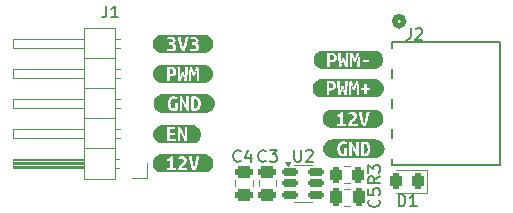
<source format=gto>
G04 #@! TF.GenerationSoftware,KiCad,Pcbnew,8.0.7*
G04 #@! TF.CreationDate,2025-01-24T14:27:24+01:00*
G04 #@! TF.ProjectId,GateDriverControlTransmitter,47617465-4472-4697-9665-72436f6e7472,rev?*
G04 #@! TF.SameCoordinates,Original*
G04 #@! TF.FileFunction,Legend,Top*
G04 #@! TF.FilePolarity,Positive*
%FSLAX46Y46*%
G04 Gerber Fmt 4.6, Leading zero omitted, Abs format (unit mm)*
G04 Created by KiCad (PCBNEW 8.0.7) date 2025-01-24 14:27:24*
%MOMM*%
%LPD*%
G01*
G04 APERTURE LIST*
G04 Aperture macros list*
%AMRoundRect*
0 Rectangle with rounded corners*
0 $1 Rounding radius*
0 $2 $3 $4 $5 $6 $7 $8 $9 X,Y pos of 4 corners*
0 Add a 4 corners polygon primitive as box body*
4,1,4,$2,$3,$4,$5,$6,$7,$8,$9,$2,$3,0*
0 Add four circle primitives for the rounded corners*
1,1,$1+$1,$2,$3*
1,1,$1+$1,$4,$5*
1,1,$1+$1,$6,$7*
1,1,$1+$1,$8,$9*
0 Add four rect primitives between the rounded corners*
20,1,$1+$1,$2,$3,$4,$5,0*
20,1,$1+$1,$4,$5,$6,$7,0*
20,1,$1+$1,$6,$7,$8,$9,0*
20,1,$1+$1,$8,$9,$2,$3,0*%
G04 Aperture macros list end*
%ADD10C,0.150000*%
%ADD11C,0.120000*%
%ADD12C,0.000000*%
%ADD13C,0.152400*%
%ADD14C,0.508000*%
%ADD15RoundRect,0.150000X-0.512500X-0.150000X0.512500X-0.150000X0.512500X0.150000X-0.512500X0.150000X0*%
%ADD16RoundRect,0.250000X-0.475000X0.250000X-0.475000X-0.250000X0.475000X-0.250000X0.475000X0.250000X0*%
%ADD17C,3.200000*%
%ADD18R,1.700000X1.700000*%
%ADD19O,1.700000X1.700000*%
%ADD20RoundRect,0.243750X0.243750X0.456250X-0.243750X0.456250X-0.243750X-0.456250X0.243750X-0.456250X0*%
%ADD21C,1.524000*%
%ADD22RoundRect,0.250000X-0.262500X-0.450000X0.262500X-0.450000X0.262500X0.450000X-0.262500X0.450000X0*%
%ADD23RoundRect,0.250000X-0.250000X-0.475000X0.250000X-0.475000X0.250000X0.475000X-0.250000X0.475000X0*%
G04 APERTURE END LIST*
D10*
X138828095Y-113914819D02*
X138828095Y-114724342D01*
X138828095Y-114724342D02*
X138875714Y-114819580D01*
X138875714Y-114819580D02*
X138923333Y-114867200D01*
X138923333Y-114867200D02*
X139018571Y-114914819D01*
X139018571Y-114914819D02*
X139209047Y-114914819D01*
X139209047Y-114914819D02*
X139304285Y-114867200D01*
X139304285Y-114867200D02*
X139351904Y-114819580D01*
X139351904Y-114819580D02*
X139399523Y-114724342D01*
X139399523Y-114724342D02*
X139399523Y-113914819D01*
X139828095Y-114010057D02*
X139875714Y-113962438D01*
X139875714Y-113962438D02*
X139970952Y-113914819D01*
X139970952Y-113914819D02*
X140209047Y-113914819D01*
X140209047Y-113914819D02*
X140304285Y-113962438D01*
X140304285Y-113962438D02*
X140351904Y-114010057D01*
X140351904Y-114010057D02*
X140399523Y-114105295D01*
X140399523Y-114105295D02*
X140399523Y-114200533D01*
X140399523Y-114200533D02*
X140351904Y-114343390D01*
X140351904Y-114343390D02*
X139780476Y-114914819D01*
X139780476Y-114914819D02*
X140399523Y-114914819D01*
X134273333Y-114849580D02*
X134225714Y-114897200D01*
X134225714Y-114897200D02*
X134082857Y-114944819D01*
X134082857Y-114944819D02*
X133987619Y-114944819D01*
X133987619Y-114944819D02*
X133844762Y-114897200D01*
X133844762Y-114897200D02*
X133749524Y-114801961D01*
X133749524Y-114801961D02*
X133701905Y-114706723D01*
X133701905Y-114706723D02*
X133654286Y-114516247D01*
X133654286Y-114516247D02*
X133654286Y-114373390D01*
X133654286Y-114373390D02*
X133701905Y-114182914D01*
X133701905Y-114182914D02*
X133749524Y-114087676D01*
X133749524Y-114087676D02*
X133844762Y-113992438D01*
X133844762Y-113992438D02*
X133987619Y-113944819D01*
X133987619Y-113944819D02*
X134082857Y-113944819D01*
X134082857Y-113944819D02*
X134225714Y-113992438D01*
X134225714Y-113992438D02*
X134273333Y-114040057D01*
X135130476Y-114278152D02*
X135130476Y-114944819D01*
X134892381Y-113897200D02*
X134654286Y-114611485D01*
X134654286Y-114611485D02*
X135273333Y-114611485D01*
X136393333Y-114839580D02*
X136345714Y-114887200D01*
X136345714Y-114887200D02*
X136202857Y-114934819D01*
X136202857Y-114934819D02*
X136107619Y-114934819D01*
X136107619Y-114934819D02*
X135964762Y-114887200D01*
X135964762Y-114887200D02*
X135869524Y-114791961D01*
X135869524Y-114791961D02*
X135821905Y-114696723D01*
X135821905Y-114696723D02*
X135774286Y-114506247D01*
X135774286Y-114506247D02*
X135774286Y-114363390D01*
X135774286Y-114363390D02*
X135821905Y-114172914D01*
X135821905Y-114172914D02*
X135869524Y-114077676D01*
X135869524Y-114077676D02*
X135964762Y-113982438D01*
X135964762Y-113982438D02*
X136107619Y-113934819D01*
X136107619Y-113934819D02*
X136202857Y-113934819D01*
X136202857Y-113934819D02*
X136345714Y-113982438D01*
X136345714Y-113982438D02*
X136393333Y-114030057D01*
X136726667Y-113934819D02*
X137345714Y-113934819D01*
X137345714Y-113934819D02*
X137012381Y-114315771D01*
X137012381Y-114315771D02*
X137155238Y-114315771D01*
X137155238Y-114315771D02*
X137250476Y-114363390D01*
X137250476Y-114363390D02*
X137298095Y-114411009D01*
X137298095Y-114411009D02*
X137345714Y-114506247D01*
X137345714Y-114506247D02*
X137345714Y-114744342D01*
X137345714Y-114744342D02*
X137298095Y-114839580D01*
X137298095Y-114839580D02*
X137250476Y-114887200D01*
X137250476Y-114887200D02*
X137155238Y-114934819D01*
X137155238Y-114934819D02*
X136869524Y-114934819D01*
X136869524Y-114934819D02*
X136774286Y-114887200D01*
X136774286Y-114887200D02*
X136726667Y-114839580D01*
X122916666Y-101704819D02*
X122916666Y-102419104D01*
X122916666Y-102419104D02*
X122869047Y-102561961D01*
X122869047Y-102561961D02*
X122773809Y-102657200D01*
X122773809Y-102657200D02*
X122630952Y-102704819D01*
X122630952Y-102704819D02*
X122535714Y-102704819D01*
X123916666Y-102704819D02*
X123345238Y-102704819D01*
X123630952Y-102704819D02*
X123630952Y-101704819D01*
X123630952Y-101704819D02*
X123535714Y-101847676D01*
X123535714Y-101847676D02*
X123440476Y-101942914D01*
X123440476Y-101942914D02*
X123345238Y-101990533D01*
X147661905Y-118704819D02*
X147661905Y-117704819D01*
X147661905Y-117704819D02*
X147900000Y-117704819D01*
X147900000Y-117704819D02*
X148042857Y-117752438D01*
X148042857Y-117752438D02*
X148138095Y-117847676D01*
X148138095Y-117847676D02*
X148185714Y-117942914D01*
X148185714Y-117942914D02*
X148233333Y-118133390D01*
X148233333Y-118133390D02*
X148233333Y-118276247D01*
X148233333Y-118276247D02*
X148185714Y-118466723D01*
X148185714Y-118466723D02*
X148138095Y-118561961D01*
X148138095Y-118561961D02*
X148042857Y-118657200D01*
X148042857Y-118657200D02*
X147900000Y-118704819D01*
X147900000Y-118704819D02*
X147661905Y-118704819D01*
X149185714Y-118704819D02*
X148614286Y-118704819D01*
X148900000Y-118704819D02*
X148900000Y-117704819D01*
X148900000Y-117704819D02*
X148804762Y-117847676D01*
X148804762Y-117847676D02*
X148709524Y-117942914D01*
X148709524Y-117942914D02*
X148614286Y-117990533D01*
X148666666Y-103604819D02*
X148666666Y-104319104D01*
X148666666Y-104319104D02*
X148619047Y-104461961D01*
X148619047Y-104461961D02*
X148523809Y-104557200D01*
X148523809Y-104557200D02*
X148380952Y-104604819D01*
X148380952Y-104604819D02*
X148285714Y-104604819D01*
X149095238Y-103700057D02*
X149142857Y-103652438D01*
X149142857Y-103652438D02*
X149238095Y-103604819D01*
X149238095Y-103604819D02*
X149476190Y-103604819D01*
X149476190Y-103604819D02*
X149571428Y-103652438D01*
X149571428Y-103652438D02*
X149619047Y-103700057D01*
X149619047Y-103700057D02*
X149666666Y-103795295D01*
X149666666Y-103795295D02*
X149666666Y-103890533D01*
X149666666Y-103890533D02*
X149619047Y-104033390D01*
X149619047Y-104033390D02*
X149047619Y-104604819D01*
X149047619Y-104604819D02*
X149666666Y-104604819D01*
X146064819Y-116176666D02*
X145588628Y-116509999D01*
X146064819Y-116748094D02*
X145064819Y-116748094D01*
X145064819Y-116748094D02*
X145064819Y-116367142D01*
X145064819Y-116367142D02*
X145112438Y-116271904D01*
X145112438Y-116271904D02*
X145160057Y-116224285D01*
X145160057Y-116224285D02*
X145255295Y-116176666D01*
X145255295Y-116176666D02*
X145398152Y-116176666D01*
X145398152Y-116176666D02*
X145493390Y-116224285D01*
X145493390Y-116224285D02*
X145541009Y-116271904D01*
X145541009Y-116271904D02*
X145588628Y-116367142D01*
X145588628Y-116367142D02*
X145588628Y-116748094D01*
X145064819Y-115843332D02*
X145064819Y-115224285D01*
X145064819Y-115224285D02*
X145445771Y-115557618D01*
X145445771Y-115557618D02*
X145445771Y-115414761D01*
X145445771Y-115414761D02*
X145493390Y-115319523D01*
X145493390Y-115319523D02*
X145541009Y-115271904D01*
X145541009Y-115271904D02*
X145636247Y-115224285D01*
X145636247Y-115224285D02*
X145874342Y-115224285D01*
X145874342Y-115224285D02*
X145969580Y-115271904D01*
X145969580Y-115271904D02*
X146017200Y-115319523D01*
X146017200Y-115319523D02*
X146064819Y-115414761D01*
X146064819Y-115414761D02*
X146064819Y-115700475D01*
X146064819Y-115700475D02*
X146017200Y-115795713D01*
X146017200Y-115795713D02*
X145969580Y-115843332D01*
X145969580Y-118146666D02*
X146017200Y-118194285D01*
X146017200Y-118194285D02*
X146064819Y-118337142D01*
X146064819Y-118337142D02*
X146064819Y-118432380D01*
X146064819Y-118432380D02*
X146017200Y-118575237D01*
X146017200Y-118575237D02*
X145921961Y-118670475D01*
X145921961Y-118670475D02*
X145826723Y-118718094D01*
X145826723Y-118718094D02*
X145636247Y-118765713D01*
X145636247Y-118765713D02*
X145493390Y-118765713D01*
X145493390Y-118765713D02*
X145302914Y-118718094D01*
X145302914Y-118718094D02*
X145207676Y-118670475D01*
X145207676Y-118670475D02*
X145112438Y-118575237D01*
X145112438Y-118575237D02*
X145064819Y-118432380D01*
X145064819Y-118432380D02*
X145064819Y-118337142D01*
X145064819Y-118337142D02*
X145112438Y-118194285D01*
X145112438Y-118194285D02*
X145160057Y-118146666D01*
X145064819Y-117241904D02*
X145064819Y-117718094D01*
X145064819Y-117718094D02*
X145541009Y-117765713D01*
X145541009Y-117765713D02*
X145493390Y-117718094D01*
X145493390Y-117718094D02*
X145445771Y-117622856D01*
X145445771Y-117622856D02*
X145445771Y-117384761D01*
X145445771Y-117384761D02*
X145493390Y-117289523D01*
X145493390Y-117289523D02*
X145541009Y-117241904D01*
X145541009Y-117241904D02*
X145636247Y-117194285D01*
X145636247Y-117194285D02*
X145874342Y-117194285D01*
X145874342Y-117194285D02*
X145969580Y-117241904D01*
X145969580Y-117241904D02*
X146017200Y-117289523D01*
X146017200Y-117289523D02*
X146064819Y-117384761D01*
X146064819Y-117384761D02*
X146064819Y-117622856D01*
X146064819Y-117622856D02*
X146017200Y-117718094D01*
X146017200Y-117718094D02*
X145969580Y-117765713D01*
D11*
X139560000Y-115200000D02*
X138760000Y-115200000D01*
X139560000Y-115200000D02*
X140360000Y-115200000D01*
X139560000Y-118320000D02*
X138760000Y-118320000D01*
X139560000Y-118320000D02*
X140360000Y-118320000D01*
X138260000Y-115250000D02*
X138020000Y-114920000D01*
X138500000Y-114920000D01*
X138260000Y-115250000D01*
G36*
X138260000Y-115250000D02*
G01*
X138020000Y-114920000D01*
X138500000Y-114920000D01*
X138260000Y-115250000D01*
G37*
D12*
G36*
X145750896Y-110539773D02*
G01*
X145896303Y-110583881D01*
X146030311Y-110655510D01*
X146147770Y-110751907D01*
X146244167Y-110869366D01*
X146315795Y-111003374D01*
X146359904Y-111148781D01*
X146374798Y-111300000D01*
X146359904Y-111451219D01*
X146315795Y-111596626D01*
X146244167Y-111730634D01*
X146147770Y-111848093D01*
X146030311Y-111944490D01*
X145896303Y-112016119D01*
X145750896Y-112060227D01*
X145599677Y-112075121D01*
X145195800Y-112075121D01*
X144610339Y-112075121D01*
X144176090Y-112075121D01*
X143200969Y-112075121D01*
X142404200Y-112075121D01*
X142000323Y-112075121D01*
X141849104Y-112060227D01*
X141703697Y-112016119D01*
X141569689Y-111944490D01*
X141452230Y-111848093D01*
X141355833Y-111730634D01*
X141284205Y-111596626D01*
X141240096Y-111451219D01*
X141225202Y-111300000D01*
X141240096Y-111148781D01*
X141284205Y-111003374D01*
X141305437Y-110963651D01*
X142404200Y-110963651D01*
X142481745Y-111161389D01*
X142600000Y-111113893D01*
X142724071Y-111045073D01*
X142724071Y-111715832D01*
X142472052Y-111715832D01*
X142472052Y-111913570D01*
X143200969Y-111913570D01*
X143200969Y-111715832D01*
X142962520Y-111715832D01*
X142962520Y-110845396D01*
X143363813Y-110845396D01*
X143482068Y-111012116D01*
X143604200Y-110921002D01*
X143722456Y-110893861D01*
X143834895Y-110933603D01*
X143879483Y-111047011D01*
X143843619Y-111149758D01*
X143752504Y-111254443D01*
X143695315Y-111309935D01*
X143634249Y-111367851D01*
X143573183Y-111429402D01*
X143515994Y-111495800D01*
X143465590Y-111567771D01*
X143424879Y-111646042D01*
X143397981Y-111731341D01*
X143389015Y-111824394D01*
X143388045Y-111865105D01*
X143392892Y-111913570D01*
X144176090Y-111913570D01*
X144176090Y-111715832D01*
X143660420Y-111715832D01*
X143680775Y-111651858D01*
X143730210Y-111583037D01*
X143792246Y-111517124D01*
X143850404Y-111461874D01*
X143949273Y-111364943D01*
X144036511Y-111260258D01*
X144098546Y-111148788D01*
X144121809Y-111029564D01*
X144090792Y-110879321D01*
X144007431Y-110771729D01*
X143898164Y-110713570D01*
X144274960Y-110713570D01*
X144297254Y-110822132D01*
X144329241Y-110957835D01*
X144354873Y-111059397D01*
X144382660Y-111165051D01*
X144412601Y-111274798D01*
X144444265Y-111386699D01*
X144477221Y-111498815D01*
X144511470Y-111611147D01*
X144562359Y-111771082D01*
X144610339Y-111913570D01*
X144856543Y-111913570D01*
X144893592Y-111810285D01*
X144929779Y-111704631D01*
X144965105Y-111596607D01*
X144999031Y-111488045D01*
X145031018Y-111380775D01*
X145061066Y-111274798D01*
X145102262Y-111120436D01*
X145138611Y-110973344D01*
X145169871Y-110836672D01*
X145195800Y-110713570D01*
X144945719Y-110713570D01*
X144928271Y-110814378D01*
X144906947Y-110930695D01*
X144882714Y-111056462D01*
X144856543Y-111185622D01*
X144828433Y-111315509D01*
X144798384Y-111443457D01*
X144767367Y-111563409D01*
X144736349Y-111669305D01*
X144705089Y-111561955D01*
X144673344Y-111441519D01*
X144642326Y-111313570D01*
X144613247Y-111183683D01*
X144586349Y-111054766D01*
X144561874Y-110929725D01*
X144541519Y-110814136D01*
X144526979Y-110713570D01*
X144274960Y-110713570D01*
X143898164Y-110713570D01*
X143887237Y-110707754D01*
X143745719Y-110686430D01*
X143644669Y-110696123D01*
X143543134Y-110725202D01*
X143447415Y-110774637D01*
X143363813Y-110845396D01*
X142962520Y-110845396D01*
X142962520Y-110713570D01*
X142799677Y-110713570D01*
X142716317Y-110789176D01*
X142613570Y-110858966D01*
X142505008Y-110919063D01*
X142404200Y-110963651D01*
X141305437Y-110963651D01*
X141355833Y-110869366D01*
X141452230Y-110751907D01*
X141569689Y-110655510D01*
X141703697Y-110583881D01*
X141849104Y-110539773D01*
X142000323Y-110524879D01*
X142404200Y-110524879D01*
X145195800Y-110524879D01*
X145599677Y-110524879D01*
X145750896Y-110539773D01*
G37*
G36*
X130316099Y-111853082D02*
G01*
X130458961Y-111896419D01*
X130590623Y-111966794D01*
X130706026Y-112061502D01*
X130800735Y-112176905D01*
X130871110Y-112308567D01*
X130914446Y-112451429D01*
X130929079Y-112600000D01*
X130914446Y-112748571D01*
X130871110Y-112891433D01*
X130800735Y-113023095D01*
X130706026Y-113138498D01*
X130590623Y-113233206D01*
X130458961Y-113303581D01*
X130316099Y-113346918D01*
X130167528Y-113361551D01*
X129763651Y-113361551D01*
X129571729Y-113361551D01*
X128036349Y-113361551D01*
X127632472Y-113361551D01*
X127483901Y-113346918D01*
X127341039Y-113303581D01*
X127209377Y-113233206D01*
X127168915Y-113200000D01*
X128036349Y-113200000D01*
X128805977Y-113200000D01*
X128972698Y-113200000D01*
X129187884Y-113200000D01*
X129187884Y-112403231D01*
X129259935Y-112536241D01*
X129328756Y-112669036D01*
X129394346Y-112801616D01*
X129456704Y-112934195D01*
X129515832Y-113066990D01*
X129571729Y-113200000D01*
X129763651Y-113200000D01*
X129763651Y-112000000D01*
X129548465Y-112000000D01*
X129548465Y-112738611D01*
X129514297Y-112663005D01*
X129473829Y-112575767D01*
X129428271Y-112481260D01*
X129378837Y-112383845D01*
X129326737Y-112284733D01*
X129273183Y-112185137D01*
X129218901Y-112088934D01*
X129164620Y-112000000D01*
X128972698Y-112000000D01*
X128972698Y-113200000D01*
X128805977Y-113200000D01*
X128805977Y-113002262D01*
X128274798Y-113002262D01*
X128274798Y-112664943D01*
X128699354Y-112664943D01*
X128699354Y-112467205D01*
X128274798Y-112467205D01*
X128274798Y-112197738D01*
X128763328Y-112197738D01*
X128763328Y-112000000D01*
X128036349Y-112000000D01*
X128036349Y-113200000D01*
X127168915Y-113200000D01*
X127093974Y-113138498D01*
X126999265Y-113023095D01*
X126928890Y-112891433D01*
X126885554Y-112748571D01*
X126870921Y-112600000D01*
X126885554Y-112451429D01*
X126928890Y-112308567D01*
X126999265Y-112176905D01*
X127093974Y-112061502D01*
X127209377Y-111966794D01*
X127341039Y-111896419D01*
X127483901Y-111853082D01*
X127632472Y-111838449D01*
X128036349Y-111838449D01*
X129763651Y-111838449D01*
X130167528Y-111838449D01*
X130316099Y-111853082D01*
G37*
D11*
X133835000Y-116498748D02*
X133835000Y-117021252D01*
X135305000Y-116498748D02*
X135305000Y-117021252D01*
X135795000Y-116498748D02*
X135795000Y-117021252D01*
X137265000Y-116498748D02*
X137265000Y-117021252D01*
X115000000Y-104535000D02*
X121000000Y-104535000D01*
X115000000Y-105295000D02*
X115000000Y-104535000D01*
X115000000Y-107075000D02*
X121000000Y-107075000D01*
X115000000Y-107835000D02*
X115000000Y-107075000D01*
X115000000Y-109615000D02*
X121000000Y-109615000D01*
X115000000Y-110375000D02*
X115000000Y-109615000D01*
X115000000Y-112155000D02*
X121000000Y-112155000D01*
X115000000Y-112915000D02*
X115000000Y-112155000D01*
X115000000Y-114695000D02*
X121000000Y-114695000D01*
X115000000Y-115455000D02*
X115000000Y-114695000D01*
X121000000Y-103585000D02*
X121000000Y-116405000D01*
X121000000Y-105295000D02*
X115000000Y-105295000D01*
X121000000Y-107835000D02*
X115000000Y-107835000D01*
X121000000Y-110375000D02*
X115000000Y-110375000D01*
X121000000Y-112915000D02*
X115000000Y-112915000D01*
X121000000Y-114795000D02*
X115000000Y-114795000D01*
X121000000Y-114915000D02*
X115000000Y-114915000D01*
X121000000Y-115035000D02*
X115000000Y-115035000D01*
X121000000Y-115155000D02*
X115000000Y-115155000D01*
X121000000Y-115275000D02*
X115000000Y-115275000D01*
X121000000Y-115395000D02*
X115000000Y-115395000D01*
X121000000Y-115455000D02*
X115000000Y-115455000D01*
X121000000Y-116405000D02*
X123660000Y-116405000D01*
X123660000Y-103585000D02*
X121000000Y-103585000D01*
X123660000Y-106185000D02*
X121000000Y-106185000D01*
X123660000Y-108725000D02*
X121000000Y-108725000D01*
X123660000Y-111265000D02*
X121000000Y-111265000D01*
X123660000Y-113805000D02*
X121000000Y-113805000D01*
X123660000Y-116405000D02*
X123660000Y-103585000D01*
X123990000Y-114695000D02*
X123660000Y-114695000D01*
X123990000Y-115455000D02*
X123660000Y-115455000D01*
X124057071Y-104535000D02*
X123660000Y-104535000D01*
X124057071Y-105295000D02*
X123660000Y-105295000D01*
X124057071Y-107075000D02*
X123660000Y-107075000D01*
X124057071Y-107835000D02*
X123660000Y-107835000D01*
X124057071Y-109615000D02*
X123660000Y-109615000D01*
X124057071Y-110375000D02*
X123660000Y-110375000D01*
X124057071Y-112155000D02*
X123660000Y-112155000D01*
X124057071Y-112915000D02*
X123660000Y-112915000D01*
X126370000Y-115075000D02*
X126370000Y-116345000D01*
X126370000Y-116345000D02*
X125100000Y-116345000D01*
X147400000Y-117560000D02*
X150085000Y-117560000D01*
X150085000Y-115640000D02*
X147400000Y-115640000D01*
X150085000Y-117560000D02*
X150085000Y-115640000D01*
D12*
G36*
X130527464Y-109628756D02*
G01*
X130606947Y-109718901D01*
X130647658Y-109848788D01*
X130659289Y-110000000D01*
X130655654Y-110085541D01*
X130644750Y-110163813D01*
X130596284Y-110292730D01*
X130507108Y-110378029D01*
X130370436Y-110409047D01*
X130349111Y-110409047D01*
X130327787Y-110407108D01*
X130327787Y-109600646D01*
X130362682Y-109595800D01*
X130397577Y-109594830D01*
X130527464Y-109628756D01*
G37*
G36*
X131459170Y-109227414D02*
G01*
X131606941Y-109272240D01*
X131743128Y-109345033D01*
X131862496Y-109442996D01*
X131960460Y-109562365D01*
X132033253Y-109698552D01*
X132078079Y-109846323D01*
X132093215Y-110000000D01*
X132078079Y-110153677D01*
X132033253Y-110301448D01*
X131960460Y-110437635D01*
X131862496Y-110557004D01*
X131743128Y-110654967D01*
X131606941Y-110727760D01*
X131459170Y-110772586D01*
X131305493Y-110787722D01*
X130901616Y-110787722D01*
X130345234Y-110787722D01*
X129703554Y-110787722D01*
X128588853Y-110787722D01*
X128098385Y-110787722D01*
X127694507Y-110787722D01*
X127540830Y-110772586D01*
X127393059Y-110727760D01*
X127256872Y-110654967D01*
X127137504Y-110557004D01*
X127039540Y-110437635D01*
X126966747Y-110301448D01*
X126921921Y-110153677D01*
X126906785Y-110000000D01*
X128098385Y-110000000D01*
X128107108Y-110145638D01*
X128133280Y-110272375D01*
X128175444Y-110379968D01*
X128232149Y-110468174D01*
X128302666Y-110536995D01*
X128386268Y-110586430D01*
X128481987Y-110616236D01*
X128588853Y-110626171D01*
X128707351Y-110621325D01*
X128806947Y-110606785D01*
X128829080Y-110600969D01*
X129104523Y-110600969D01*
X129319709Y-110600969D01*
X129319709Y-109804200D01*
X129391761Y-109937211D01*
X129460582Y-110070005D01*
X129526171Y-110202585D01*
X129588530Y-110335164D01*
X129647658Y-110467959D01*
X129703554Y-110600969D01*
X129895477Y-110600969D01*
X129895477Y-109416478D01*
X130089338Y-109416478D01*
X130089338Y-110587399D01*
X130220194Y-110609693D01*
X130345234Y-110616478D01*
X130462278Y-110607997D01*
X130569144Y-110582553D01*
X130663893Y-110538691D01*
X130744588Y-110474960D01*
X130810258Y-110390388D01*
X130859935Y-110284006D01*
X130891195Y-110154362D01*
X130901616Y-110000000D01*
X130892165Y-109849031D01*
X130863813Y-109721809D01*
X130818498Y-109616640D01*
X130758158Y-109531826D01*
X130682795Y-109467124D01*
X130592407Y-109422294D01*
X130489418Y-109396123D01*
X130376252Y-109387399D01*
X130242488Y-109393215D01*
X130089338Y-109416478D01*
X129895477Y-109416478D01*
X129895477Y-109400969D01*
X129680291Y-109400969D01*
X129680291Y-110139580D01*
X129646123Y-110063974D01*
X129605654Y-109976737D01*
X129560097Y-109882229D01*
X129510662Y-109784814D01*
X129458562Y-109685703D01*
X129405008Y-109586107D01*
X129350727Y-109489903D01*
X129296446Y-109400969D01*
X129104523Y-109400969D01*
X129104523Y-110600969D01*
X128829080Y-110600969D01*
X128939742Y-110571890D01*
X128939742Y-109972859D01*
X128701292Y-109972859D01*
X128701292Y-110410985D01*
X128654766Y-110416801D01*
X128608239Y-110418740D01*
X128492407Y-110393296D01*
X128408562Y-110316963D01*
X128370867Y-110236511D01*
X128348250Y-110130856D01*
X128340711Y-110000000D01*
X128344830Y-109911066D01*
X128357189Y-109830372D01*
X128411470Y-109698546D01*
X128507431Y-109612278D01*
X128650889Y-109581260D01*
X128778837Y-109602585D01*
X128883522Y-109651050D01*
X128945557Y-109461066D01*
X128905816Y-109437803D01*
X128838934Y-109408724D01*
X128742973Y-109384491D01*
X128617932Y-109373829D01*
X128512763Y-109383764D01*
X128414378Y-109413570D01*
X128325687Y-109463247D01*
X128249596Y-109532795D01*
X128187076Y-109621729D01*
X128139095Y-109729564D01*
X128108562Y-109855816D01*
X128098385Y-110000000D01*
X126906785Y-110000000D01*
X126921921Y-109846323D01*
X126966747Y-109698552D01*
X127039540Y-109562365D01*
X127137504Y-109442996D01*
X127256872Y-109345033D01*
X127393059Y-109272240D01*
X127540830Y-109227414D01*
X127694507Y-109212278D01*
X128098385Y-109212278D01*
X130901616Y-109212278D01*
X131305493Y-109212278D01*
X131459170Y-109227414D01*
G37*
G36*
X131350896Y-114289773D02*
G01*
X131496303Y-114333881D01*
X131630311Y-114405510D01*
X131747770Y-114501907D01*
X131844167Y-114619366D01*
X131915795Y-114753374D01*
X131959904Y-114898781D01*
X131974798Y-115050000D01*
X131959904Y-115201219D01*
X131915795Y-115346626D01*
X131844167Y-115480634D01*
X131747770Y-115598093D01*
X131630311Y-115694490D01*
X131496303Y-115766119D01*
X131350896Y-115810227D01*
X131199677Y-115825121D01*
X130795800Y-115825121D01*
X130210339Y-115825121D01*
X129776090Y-115825121D01*
X128800969Y-115825121D01*
X128004200Y-115825121D01*
X127600323Y-115825121D01*
X127449104Y-115810227D01*
X127303697Y-115766119D01*
X127169689Y-115694490D01*
X127052230Y-115598093D01*
X126955833Y-115480634D01*
X126884205Y-115346626D01*
X126840096Y-115201219D01*
X126825202Y-115050000D01*
X126840096Y-114898781D01*
X126884205Y-114753374D01*
X126905437Y-114713651D01*
X128004200Y-114713651D01*
X128081745Y-114911389D01*
X128200000Y-114863893D01*
X128324071Y-114795073D01*
X128324071Y-115465832D01*
X128072052Y-115465832D01*
X128072052Y-115663570D01*
X128800969Y-115663570D01*
X128800969Y-115465832D01*
X128562520Y-115465832D01*
X128562520Y-114595396D01*
X128963813Y-114595396D01*
X129082068Y-114762116D01*
X129204200Y-114671002D01*
X129322456Y-114643861D01*
X129434895Y-114683603D01*
X129479483Y-114797011D01*
X129443619Y-114899758D01*
X129352504Y-115004443D01*
X129295315Y-115059935D01*
X129234249Y-115117851D01*
X129173183Y-115179402D01*
X129115994Y-115245800D01*
X129065590Y-115317771D01*
X129024879Y-115396042D01*
X128997981Y-115481341D01*
X128989015Y-115574394D01*
X128988045Y-115615105D01*
X128992892Y-115663570D01*
X129776090Y-115663570D01*
X129776090Y-115465832D01*
X129260420Y-115465832D01*
X129280775Y-115401858D01*
X129330210Y-115333037D01*
X129392246Y-115267124D01*
X129450404Y-115211874D01*
X129549273Y-115114943D01*
X129636511Y-115010258D01*
X129698546Y-114898788D01*
X129721809Y-114779564D01*
X129690792Y-114629321D01*
X129607431Y-114521729D01*
X129498164Y-114463570D01*
X129874960Y-114463570D01*
X129897254Y-114572132D01*
X129929241Y-114707835D01*
X129954873Y-114809397D01*
X129982660Y-114915051D01*
X130012601Y-115024798D01*
X130044265Y-115136699D01*
X130077221Y-115248815D01*
X130111470Y-115361147D01*
X130162359Y-115521082D01*
X130210339Y-115663570D01*
X130456543Y-115663570D01*
X130493592Y-115560285D01*
X130529779Y-115454631D01*
X130565105Y-115346607D01*
X130599031Y-115238045D01*
X130631018Y-115130775D01*
X130661066Y-115024798D01*
X130702262Y-114870436D01*
X130738611Y-114723344D01*
X130769871Y-114586672D01*
X130795800Y-114463570D01*
X130545719Y-114463570D01*
X130528271Y-114564378D01*
X130506947Y-114680695D01*
X130482714Y-114806462D01*
X130456543Y-114935622D01*
X130428433Y-115065509D01*
X130398384Y-115193457D01*
X130367367Y-115313409D01*
X130336349Y-115419305D01*
X130305089Y-115311955D01*
X130273344Y-115191519D01*
X130242326Y-115063570D01*
X130213247Y-114933683D01*
X130186349Y-114804766D01*
X130161874Y-114679725D01*
X130141519Y-114564136D01*
X130126979Y-114463570D01*
X129874960Y-114463570D01*
X129498164Y-114463570D01*
X129487237Y-114457754D01*
X129345719Y-114436430D01*
X129244669Y-114446123D01*
X129143134Y-114475202D01*
X129047415Y-114524637D01*
X128963813Y-114595396D01*
X128562520Y-114595396D01*
X128562520Y-114463570D01*
X128399677Y-114463570D01*
X128316317Y-114539176D01*
X128213570Y-114608966D01*
X128105008Y-114669063D01*
X128004200Y-114713651D01*
X126905437Y-114713651D01*
X126955833Y-114619366D01*
X127052230Y-114501907D01*
X127169689Y-114405510D01*
X127303697Y-114333881D01*
X127449104Y-114289773D01*
X127600323Y-114274879D01*
X128004200Y-114274879D01*
X130795800Y-114274879D01*
X131199677Y-114274879D01*
X131350896Y-114289773D01*
G37*
G36*
X131324275Y-104177414D02*
G01*
X131472046Y-104222240D01*
X131608233Y-104295033D01*
X131727601Y-104392996D01*
X131825565Y-104512365D01*
X131898358Y-104648552D01*
X131943184Y-104796323D01*
X131958320Y-104950000D01*
X131943184Y-105103677D01*
X131898358Y-105251448D01*
X131825565Y-105387635D01*
X131727601Y-105507004D01*
X131608233Y-105604967D01*
X131472046Y-105677760D01*
X131324275Y-105722586D01*
X131170598Y-105737722D01*
X130766721Y-105737722D01*
X130305331Y-105737722D01*
X129283683Y-105737722D01*
X128366721Y-105737722D01*
X128033280Y-105737722D01*
X127629402Y-105737722D01*
X127475725Y-105722586D01*
X127327954Y-105677760D01*
X127191767Y-105604967D01*
X127076364Y-105510258D01*
X128033280Y-105510258D01*
X128093376Y-105531583D01*
X128177706Y-105552908D01*
X128272698Y-105569386D01*
X128366721Y-105576171D01*
X128478675Y-105569144D01*
X128574152Y-105548061D01*
X128653635Y-105514136D01*
X128717609Y-105468578D01*
X128800969Y-105347415D01*
X128828110Y-105194265D01*
X128815267Y-105096850D01*
X128776737Y-105013974D01*
X128714943Y-104947577D01*
X128632310Y-104899596D01*
X128740872Y-104798788D01*
X128781583Y-104661147D01*
X128758320Y-104527383D01*
X128686591Y-104419790D01*
X128566862Y-104350969D01*
X128948304Y-104350969D01*
X128970598Y-104459532D01*
X129002585Y-104595234D01*
X129028218Y-104696796D01*
X129056004Y-104802450D01*
X129085945Y-104912197D01*
X129117609Y-105024098D01*
X129150565Y-105136214D01*
X129184814Y-105248546D01*
X129235703Y-105408481D01*
X129283683Y-105550969D01*
X129529887Y-105550969D01*
X129544490Y-105510258D01*
X129971890Y-105510258D01*
X130031987Y-105531583D01*
X130116317Y-105552908D01*
X130211309Y-105569386D01*
X130305331Y-105576171D01*
X130417286Y-105569144D01*
X130512763Y-105548061D01*
X130592246Y-105514136D01*
X130656220Y-105468578D01*
X130739580Y-105347415D01*
X130766721Y-105194265D01*
X130753877Y-105096850D01*
X130715347Y-105013974D01*
X130653554Y-104947577D01*
X130570921Y-104899596D01*
X130679483Y-104798788D01*
X130720194Y-104661147D01*
X130696931Y-104527383D01*
X130625202Y-104419790D01*
X130502100Y-104349031D01*
X130420921Y-104330129D01*
X130326656Y-104323829D01*
X130223667Y-104332795D01*
X130131826Y-104359693D01*
X129993215Y-104430452D01*
X130078514Y-104604927D01*
X130193861Y-104549677D01*
X130328595Y-104527383D01*
X130438126Y-104565186D01*
X130477868Y-104668901D01*
X130459451Y-104742569D01*
X130411955Y-104789095D01*
X130346042Y-104814297D01*
X130272375Y-104822052D01*
X130183199Y-104822052D01*
X130183199Y-105019790D01*
X130256866Y-105019790D01*
X130363005Y-105029241D01*
X130448788Y-105057593D01*
X130505493Y-105109693D01*
X130524394Y-105190388D01*
X130474960Y-105320275D01*
X130407351Y-105359532D01*
X130303393Y-105372617D01*
X130211551Y-105367286D01*
X130133764Y-105351292D01*
X130018417Y-105310582D01*
X129971890Y-105510258D01*
X129544490Y-105510258D01*
X129566936Y-105447684D01*
X129603123Y-105342030D01*
X129638449Y-105234006D01*
X129672375Y-105125444D01*
X129704362Y-105018174D01*
X129734410Y-104912197D01*
X129775606Y-104757835D01*
X129811955Y-104610743D01*
X129843215Y-104474071D01*
X129869144Y-104350969D01*
X129619063Y-104350969D01*
X129601616Y-104451777D01*
X129580291Y-104568094D01*
X129556058Y-104693861D01*
X129529887Y-104823021D01*
X129501777Y-104952908D01*
X129471729Y-105080856D01*
X129440711Y-105200808D01*
X129409693Y-105306704D01*
X129378433Y-105199354D01*
X129346688Y-105078918D01*
X129315670Y-104950969D01*
X129286591Y-104821082D01*
X129259693Y-104692165D01*
X129235218Y-104567124D01*
X129214863Y-104451535D01*
X129200323Y-104350969D01*
X128948304Y-104350969D01*
X128566862Y-104350969D01*
X128563490Y-104349031D01*
X128482310Y-104330129D01*
X128388045Y-104323829D01*
X128285057Y-104332795D01*
X128193215Y-104359693D01*
X128054604Y-104430452D01*
X128139903Y-104604927D01*
X128255250Y-104549677D01*
X128389984Y-104527383D01*
X128499515Y-104565186D01*
X128539257Y-104668901D01*
X128520840Y-104742569D01*
X128473344Y-104789095D01*
X128407431Y-104814297D01*
X128333764Y-104822052D01*
X128244588Y-104822052D01*
X128244588Y-105019790D01*
X128318255Y-105019790D01*
X128424394Y-105029241D01*
X128510178Y-105057593D01*
X128566882Y-105109693D01*
X128585784Y-105190388D01*
X128536349Y-105320275D01*
X128468740Y-105359532D01*
X128364782Y-105372617D01*
X128272940Y-105367286D01*
X128195153Y-105351292D01*
X128079806Y-105310582D01*
X128033280Y-105510258D01*
X127076364Y-105510258D01*
X127072399Y-105507004D01*
X126974435Y-105387635D01*
X126901642Y-105251448D01*
X126856816Y-105103677D01*
X126841680Y-104950000D01*
X126856816Y-104796323D01*
X126901642Y-104648552D01*
X126974435Y-104512365D01*
X127072399Y-104392996D01*
X127191767Y-104295033D01*
X127327954Y-104222240D01*
X127475725Y-104177414D01*
X127629402Y-104162278D01*
X128033280Y-104162278D01*
X130766721Y-104162278D01*
X131170598Y-104162278D01*
X131324275Y-104177414D01*
G37*
D13*
X147065000Y-104813000D02*
X147065000Y-105318243D01*
X147065000Y-107101757D02*
X147065000Y-107858243D01*
X147065000Y-109641757D02*
X147065000Y-110398243D01*
X147065000Y-112181757D02*
X147065000Y-112938243D01*
X147065000Y-114721757D02*
X147065000Y-115227000D01*
X147065000Y-115227000D02*
X156209000Y-115227000D01*
X156209000Y-104813000D02*
X147065000Y-104813000D01*
X156209000Y-115227000D02*
X156209000Y-104813000D01*
D14*
X148081000Y-103035000D02*
G75*
G02*
X147319000Y-103035000I-381000J0D01*
G01*
X147319000Y-103035000D02*
G75*
G02*
X148081000Y-103035000I381000J0D01*
G01*
D12*
G36*
X141994750Y-108311551D02*
G01*
X142061389Y-108344265D01*
X142104281Y-108403150D01*
X142118578Y-108492569D01*
X142104039Y-108586834D01*
X142060420Y-108648627D01*
X141988207Y-108682795D01*
X141887884Y-108694184D01*
X141790953Y-108694184D01*
X141790953Y-108306462D01*
X141850081Y-108301616D01*
X141909208Y-108300646D01*
X141994750Y-108311551D01*
G37*
G36*
X145801268Y-107946427D02*
G01*
X145945403Y-107990150D01*
X146078238Y-108061152D01*
X146194669Y-108156704D01*
X146290221Y-108273135D01*
X146361223Y-108405971D01*
X146404946Y-108550105D01*
X146419709Y-108700000D01*
X146404946Y-108849895D01*
X146361223Y-108994029D01*
X146290221Y-109126865D01*
X146194669Y-109243296D01*
X146078238Y-109338848D01*
X145945403Y-109409850D01*
X145801268Y-109453573D01*
X145651373Y-109468336D01*
X145247496Y-109468336D01*
X144943134Y-109468336D01*
X144311147Y-109468336D01*
X143273990Y-109468336D01*
X141790953Y-109468336D01*
X141552504Y-109468336D01*
X141148627Y-109468336D01*
X140998732Y-109453573D01*
X140854597Y-109409850D01*
X140721762Y-109338848D01*
X140605331Y-109243296D01*
X140509779Y-109126865D01*
X140438777Y-108994029D01*
X140395054Y-108849895D01*
X140380291Y-108700000D01*
X140395054Y-108550105D01*
X140438777Y-108405971D01*
X140509779Y-108273135D01*
X140605331Y-108156704D01*
X140647260Y-108122294D01*
X141552504Y-108122294D01*
X141552504Y-109306785D01*
X141790953Y-109306785D01*
X141790953Y-108901616D01*
X141876252Y-108901616D01*
X142019602Y-108890953D01*
X142139472Y-108858966D01*
X142235864Y-108805654D01*
X142306408Y-108728433D01*
X142348735Y-108624717D01*
X142362843Y-108494507D01*
X142348842Y-108365590D01*
X142306839Y-108263166D01*
X142236834Y-108187237D01*
X142141411Y-108135003D01*
X142034940Y-108106785D01*
X142461712Y-108106785D01*
X142466074Y-108254847D01*
X142471405Y-108408239D01*
X142477948Y-108563813D01*
X142485945Y-108718417D01*
X142495396Y-108871567D01*
X142506300Y-109022779D01*
X142518901Y-109168901D01*
X142533441Y-109306785D01*
X142731179Y-109306785D01*
X142771890Y-109179321D01*
X142816478Y-109041195D01*
X142862036Y-108903069D01*
X142905654Y-108775606D01*
X142948304Y-108906704D01*
X142990953Y-109044103D01*
X143033603Y-109180048D01*
X143076252Y-109306785D01*
X143273990Y-109306785D01*
X143431018Y-109306785D01*
X143650081Y-109306785D01*
X143640388Y-108374313D01*
X143781906Y-108882229D01*
X143956381Y-108882229D01*
X144103716Y-108374313D01*
X144092084Y-109306785D01*
X144311147Y-109306785D01*
X144306785Y-109153393D01*
X144301454Y-109003393D01*
X144294911Y-108855574D01*
X144286914Y-108708724D01*
X144286339Y-108700000D01*
X144433279Y-108700000D01*
X144433279Y-108895800D01*
X144737641Y-108895800D01*
X144737641Y-109233118D01*
X144943134Y-109233118D01*
X144943134Y-108895800D01*
X145247496Y-108895800D01*
X145247496Y-108700000D01*
X144943134Y-108700000D01*
X144943134Y-108362682D01*
X144737641Y-108362682D01*
X144737641Y-108700000D01*
X144433279Y-108700000D01*
X144286339Y-108700000D01*
X144277221Y-108561632D01*
X144265590Y-108413086D01*
X144252746Y-108261874D01*
X144239418Y-108106785D01*
X144041680Y-108106785D01*
X144006785Y-108209532D01*
X143964136Y-108342326D01*
X143915670Y-108489661D01*
X143867205Y-108637964D01*
X143822617Y-108498384D01*
X143776090Y-108349111D01*
X143732472Y-108211470D01*
X143698546Y-108106785D01*
X143500808Y-108106785D01*
X143487964Y-108238126D01*
X143476575Y-108380129D01*
X143466640Y-108529887D01*
X143458158Y-108684491D01*
X143450646Y-108842003D01*
X143443619Y-109000485D01*
X143437076Y-109156543D01*
X143431018Y-109306785D01*
X143273990Y-109306785D01*
X143286834Y-109169144D01*
X143298223Y-109023748D01*
X143308158Y-108873263D01*
X143316640Y-108720355D01*
X143323910Y-108565751D01*
X143330210Y-108410178D01*
X143336026Y-108256300D01*
X143341842Y-108106785D01*
X143120840Y-108106785D01*
X143121325Y-108223344D01*
X143122779Y-108344265D01*
X143124717Y-108466640D01*
X143126656Y-108587561D01*
X143128595Y-108706543D01*
X143130533Y-108823102D01*
X143131987Y-108934814D01*
X143132472Y-109039257D01*
X143088853Y-108884168D01*
X143048142Y-108742649D01*
X143014216Y-108622456D01*
X142990953Y-108531341D01*
X142816478Y-108531341D01*
X142789338Y-108626333D01*
X142751535Y-108758158D01*
X142708885Y-108903554D01*
X142669144Y-109039257D01*
X142669628Y-108934814D01*
X142671082Y-108823102D01*
X142673021Y-108706300D01*
X142674960Y-108586591D01*
X142676898Y-108465186D01*
X142678837Y-108343296D01*
X142680775Y-108223102D01*
X142682714Y-108106785D01*
X142461712Y-108106785D01*
X142034940Y-108106785D01*
X142023156Y-108103662D01*
X141882068Y-108093215D01*
X141806462Y-108095153D01*
X141719225Y-108100000D01*
X141631018Y-108108724D01*
X141552504Y-108122294D01*
X140647260Y-108122294D01*
X140721762Y-108061152D01*
X140854597Y-107990150D01*
X140998732Y-107946427D01*
X141148627Y-107931664D01*
X141552504Y-107931664D01*
X145247496Y-107931664D01*
X145651373Y-107931664D01*
X145801268Y-107946427D01*
G37*
G36*
X128462924Y-107111551D02*
G01*
X128529564Y-107144265D01*
X128572456Y-107203150D01*
X128586753Y-107292569D01*
X128572213Y-107386834D01*
X128528595Y-107448627D01*
X128456381Y-107482795D01*
X128356058Y-107494184D01*
X128259128Y-107494184D01*
X128259128Y-107106462D01*
X128318255Y-107101616D01*
X128377383Y-107100646D01*
X128462924Y-107111551D01*
G37*
G36*
X131333094Y-106746427D02*
G01*
X131477228Y-106790150D01*
X131610063Y-106861152D01*
X131726494Y-106956704D01*
X131822047Y-107073135D01*
X131893049Y-107205971D01*
X131936771Y-107350105D01*
X131951535Y-107500000D01*
X131936771Y-107649895D01*
X131893049Y-107794029D01*
X131822047Y-107926865D01*
X131726494Y-108043296D01*
X131610063Y-108138848D01*
X131477228Y-108209850D01*
X131333094Y-108253573D01*
X131183199Y-108268336D01*
X130779321Y-108268336D01*
X129742165Y-108268336D01*
X128259128Y-108268336D01*
X128020679Y-108268336D01*
X127616801Y-108268336D01*
X127466906Y-108253573D01*
X127322772Y-108209850D01*
X127189937Y-108138848D01*
X127073506Y-108043296D01*
X126977953Y-107926865D01*
X126906951Y-107794029D01*
X126863229Y-107649895D01*
X126848465Y-107500000D01*
X126863229Y-107350105D01*
X126906951Y-107205971D01*
X126977953Y-107073135D01*
X127073506Y-106956704D01*
X127115435Y-106922294D01*
X128020679Y-106922294D01*
X128020679Y-108106785D01*
X128259128Y-108106785D01*
X128259128Y-107701616D01*
X128344426Y-107701616D01*
X128487776Y-107690953D01*
X128607647Y-107658966D01*
X128704039Y-107605654D01*
X128774583Y-107528433D01*
X128816909Y-107424717D01*
X128831018Y-107294507D01*
X128817017Y-107165590D01*
X128775013Y-107063166D01*
X128705008Y-106987237D01*
X128609585Y-106935003D01*
X128503114Y-106906785D01*
X128929887Y-106906785D01*
X128934249Y-107054847D01*
X128939580Y-107208239D01*
X128946123Y-107363813D01*
X128954120Y-107518417D01*
X128963570Y-107671567D01*
X128974475Y-107822779D01*
X128987076Y-107968901D01*
X129001616Y-108106785D01*
X129199354Y-108106785D01*
X129240065Y-107979321D01*
X129284653Y-107841195D01*
X129330210Y-107703069D01*
X129373829Y-107575606D01*
X129416478Y-107706704D01*
X129459128Y-107844103D01*
X129501777Y-107980048D01*
X129544426Y-108106785D01*
X129742165Y-108106785D01*
X129899192Y-108106785D01*
X130118255Y-108106785D01*
X130108562Y-107174313D01*
X130250081Y-107682229D01*
X130424556Y-107682229D01*
X130571890Y-107174313D01*
X130560258Y-108106785D01*
X130779321Y-108106785D01*
X130774960Y-107953393D01*
X130769628Y-107803393D01*
X130763086Y-107655574D01*
X130755089Y-107508724D01*
X130745396Y-107361632D01*
X130733764Y-107213086D01*
X130720921Y-107061874D01*
X130707593Y-106906785D01*
X130509855Y-106906785D01*
X130474960Y-107009532D01*
X130432310Y-107142326D01*
X130383845Y-107289661D01*
X130335380Y-107437964D01*
X130290792Y-107298384D01*
X130244265Y-107149111D01*
X130200646Y-107011470D01*
X130166721Y-106906785D01*
X129968982Y-106906785D01*
X129956139Y-107038126D01*
X129944750Y-107180129D01*
X129934814Y-107329887D01*
X129926333Y-107484491D01*
X129918821Y-107642003D01*
X129911793Y-107800485D01*
X129905250Y-107956543D01*
X129899192Y-108106785D01*
X129742165Y-108106785D01*
X129755008Y-107969144D01*
X129766397Y-107823748D01*
X129776333Y-107673263D01*
X129784814Y-107520355D01*
X129792084Y-107365751D01*
X129798384Y-107210178D01*
X129804200Y-107056300D01*
X129810016Y-106906785D01*
X129589015Y-106906785D01*
X129589499Y-107023344D01*
X129590953Y-107144265D01*
X129592892Y-107266640D01*
X129594830Y-107387561D01*
X129596769Y-107506543D01*
X129598708Y-107623102D01*
X129600162Y-107734814D01*
X129600646Y-107839257D01*
X129557027Y-107684168D01*
X129516317Y-107542649D01*
X129482391Y-107422456D01*
X129459128Y-107331341D01*
X129284653Y-107331341D01*
X129257512Y-107426333D01*
X129219709Y-107558158D01*
X129177060Y-107703554D01*
X129137318Y-107839257D01*
X129137803Y-107734814D01*
X129139257Y-107623102D01*
X129141195Y-107506300D01*
X129143134Y-107386591D01*
X129145073Y-107265186D01*
X129147011Y-107143296D01*
X129148950Y-107023102D01*
X129150889Y-106906785D01*
X128929887Y-106906785D01*
X128503114Y-106906785D01*
X128491330Y-106903662D01*
X128350242Y-106893215D01*
X128274637Y-106895153D01*
X128187399Y-106900000D01*
X128099192Y-106908724D01*
X128020679Y-106922294D01*
X127115435Y-106922294D01*
X127189937Y-106861152D01*
X127322772Y-106790150D01*
X127466906Y-106746427D01*
X127616801Y-106731664D01*
X128020679Y-106731664D01*
X130779321Y-106731664D01*
X131183199Y-106731664D01*
X131333094Y-106746427D01*
G37*
G36*
X144897464Y-113458756D02*
G01*
X144976947Y-113548901D01*
X145017658Y-113678788D01*
X145029289Y-113830000D01*
X145025654Y-113915541D01*
X145014750Y-113993813D01*
X144966284Y-114122730D01*
X144877108Y-114208029D01*
X144740436Y-114239047D01*
X144719111Y-114239047D01*
X144697787Y-114237108D01*
X144697787Y-113430646D01*
X144732682Y-113425800D01*
X144767577Y-113424830D01*
X144897464Y-113458756D01*
G37*
G36*
X145829170Y-113057414D02*
G01*
X145976941Y-113102240D01*
X146113128Y-113175033D01*
X146232496Y-113272996D01*
X146330460Y-113392365D01*
X146403253Y-113528552D01*
X146448079Y-113676323D01*
X146463215Y-113830000D01*
X146448079Y-113983677D01*
X146403253Y-114131448D01*
X146330460Y-114267635D01*
X146232496Y-114387004D01*
X146113128Y-114484967D01*
X145976941Y-114557760D01*
X145829170Y-114602586D01*
X145675493Y-114617722D01*
X145271616Y-114617722D01*
X144715234Y-114617722D01*
X144073554Y-114617722D01*
X142958853Y-114617722D01*
X142468385Y-114617722D01*
X142064507Y-114617722D01*
X141910830Y-114602586D01*
X141763059Y-114557760D01*
X141626872Y-114484967D01*
X141507504Y-114387004D01*
X141409540Y-114267635D01*
X141336747Y-114131448D01*
X141291921Y-113983677D01*
X141276785Y-113830000D01*
X142468385Y-113830000D01*
X142477108Y-113975638D01*
X142503280Y-114102375D01*
X142545444Y-114209968D01*
X142602149Y-114298174D01*
X142672666Y-114366995D01*
X142756268Y-114416430D01*
X142851987Y-114446236D01*
X142958853Y-114456171D01*
X143077351Y-114451325D01*
X143176947Y-114436785D01*
X143199080Y-114430969D01*
X143474523Y-114430969D01*
X143689709Y-114430969D01*
X143689709Y-113634200D01*
X143761761Y-113767211D01*
X143830582Y-113900005D01*
X143896171Y-114032585D01*
X143958530Y-114165164D01*
X144017658Y-114297959D01*
X144073554Y-114430969D01*
X144265477Y-114430969D01*
X144265477Y-113246478D01*
X144459338Y-113246478D01*
X144459338Y-114417399D01*
X144590194Y-114439693D01*
X144715234Y-114446478D01*
X144832278Y-114437997D01*
X144939144Y-114412553D01*
X145033893Y-114368691D01*
X145114588Y-114304960D01*
X145180258Y-114220388D01*
X145229935Y-114114006D01*
X145261195Y-113984362D01*
X145271616Y-113830000D01*
X145262165Y-113679031D01*
X145233813Y-113551809D01*
X145188498Y-113446640D01*
X145128158Y-113361826D01*
X145052795Y-113297124D01*
X144962407Y-113252294D01*
X144859418Y-113226123D01*
X144746252Y-113217399D01*
X144612488Y-113223215D01*
X144459338Y-113246478D01*
X144265477Y-113246478D01*
X144265477Y-113230969D01*
X144050291Y-113230969D01*
X144050291Y-113969580D01*
X144016123Y-113893974D01*
X143975654Y-113806737D01*
X143930097Y-113712229D01*
X143880662Y-113614814D01*
X143828562Y-113515703D01*
X143775008Y-113416107D01*
X143720727Y-113319903D01*
X143666446Y-113230969D01*
X143474523Y-113230969D01*
X143474523Y-114430969D01*
X143199080Y-114430969D01*
X143309742Y-114401890D01*
X143309742Y-113802859D01*
X143071292Y-113802859D01*
X143071292Y-114240985D01*
X143024766Y-114246801D01*
X142978239Y-114248740D01*
X142862407Y-114223296D01*
X142778562Y-114146963D01*
X142740867Y-114066511D01*
X142718250Y-113960856D01*
X142710711Y-113830000D01*
X142714830Y-113741066D01*
X142727189Y-113660372D01*
X142781470Y-113528546D01*
X142877431Y-113442278D01*
X143020889Y-113411260D01*
X143148837Y-113432585D01*
X143253522Y-113481050D01*
X143315557Y-113291066D01*
X143275816Y-113267803D01*
X143208934Y-113238724D01*
X143112973Y-113214491D01*
X142987932Y-113203829D01*
X142882763Y-113213764D01*
X142784378Y-113243570D01*
X142695687Y-113293247D01*
X142619596Y-113362795D01*
X142557076Y-113451729D01*
X142509095Y-113559564D01*
X142478562Y-113685816D01*
X142468385Y-113830000D01*
X141276785Y-113830000D01*
X141291921Y-113676323D01*
X141336747Y-113528552D01*
X141409540Y-113392365D01*
X141507504Y-113272996D01*
X141626872Y-113175033D01*
X141763059Y-113102240D01*
X141910830Y-113057414D01*
X142064507Y-113042278D01*
X142468385Y-113042278D01*
X145271616Y-113042278D01*
X145675493Y-113042278D01*
X145829170Y-113057414D01*
G37*
D11*
X143072936Y-115285000D02*
X143527064Y-115285000D01*
X143072936Y-116755000D02*
X143527064Y-116755000D01*
D12*
G36*
X142065509Y-105911551D02*
G01*
X142132149Y-105944265D01*
X142175040Y-106003150D01*
X142189338Y-106092569D01*
X142174798Y-106186834D01*
X142131179Y-106248627D01*
X142058966Y-106282795D01*
X141958643Y-106294184D01*
X141861712Y-106294184D01*
X141861712Y-105906462D01*
X141920840Y-105901616D01*
X141979968Y-105900646D01*
X142065509Y-105911551D01*
G37*
G36*
X145730509Y-105546427D02*
G01*
X145874643Y-105590150D01*
X146007479Y-105661152D01*
X146123910Y-105756704D01*
X146219462Y-105873135D01*
X146290464Y-106005971D01*
X146334187Y-106150105D01*
X146348950Y-106300000D01*
X146334187Y-106449895D01*
X146290464Y-106594029D01*
X146219462Y-106726865D01*
X146123910Y-106843296D01*
X146007479Y-106938848D01*
X145874643Y-107009850D01*
X145730509Y-107053573D01*
X145580614Y-107068336D01*
X145176737Y-107068336D01*
X144381906Y-107068336D01*
X143344750Y-107068336D01*
X141861712Y-107068336D01*
X141623263Y-107068336D01*
X141219386Y-107068336D01*
X141069491Y-107053573D01*
X140925357Y-107009850D01*
X140792521Y-106938848D01*
X140676090Y-106843296D01*
X140580538Y-106726865D01*
X140509536Y-106594029D01*
X140465813Y-106449895D01*
X140451050Y-106300000D01*
X140465813Y-106150105D01*
X140509536Y-106005971D01*
X140580538Y-105873135D01*
X140676090Y-105756704D01*
X140718019Y-105722294D01*
X141623263Y-105722294D01*
X141623263Y-106906785D01*
X141861712Y-106906785D01*
X141861712Y-106501616D01*
X141947011Y-106501616D01*
X142090361Y-106490953D01*
X142210232Y-106458966D01*
X142306624Y-106405654D01*
X142377167Y-106328433D01*
X142419494Y-106224717D01*
X142433603Y-106094507D01*
X142419602Y-105965590D01*
X142377598Y-105863166D01*
X142307593Y-105787237D01*
X142212170Y-105735003D01*
X142105699Y-105706785D01*
X142532472Y-105706785D01*
X142536834Y-105854847D01*
X142542165Y-106008239D01*
X142548708Y-106163813D01*
X142556704Y-106318417D01*
X142566155Y-106471567D01*
X142577060Y-106622779D01*
X142589661Y-106768901D01*
X142604200Y-106906785D01*
X142801939Y-106906785D01*
X142842649Y-106779321D01*
X142887237Y-106641195D01*
X142932795Y-106503069D01*
X142976414Y-106375606D01*
X143019063Y-106506704D01*
X143061712Y-106644103D01*
X143104362Y-106780048D01*
X143147011Y-106906785D01*
X143344750Y-106906785D01*
X143501777Y-106906785D01*
X143720840Y-106906785D01*
X143711147Y-105974313D01*
X143852666Y-106482229D01*
X144027141Y-106482229D01*
X144174475Y-105974313D01*
X144162843Y-106906785D01*
X144381906Y-106906785D01*
X144377544Y-106753393D01*
X144372213Y-106603393D01*
X144368823Y-106526817D01*
X144645557Y-106526817D01*
X145176737Y-106526817D01*
X145176737Y-106292246D01*
X144645557Y-106292246D01*
X144645557Y-106526817D01*
X144368823Y-106526817D01*
X144365670Y-106455574D01*
X144357674Y-106308724D01*
X144347981Y-106161632D01*
X144336349Y-106013086D01*
X144323506Y-105861874D01*
X144310178Y-105706785D01*
X144112439Y-105706785D01*
X144077544Y-105809532D01*
X144034895Y-105942326D01*
X143986430Y-106089661D01*
X143937964Y-106237964D01*
X143893376Y-106098384D01*
X143846850Y-105949111D01*
X143803231Y-105811470D01*
X143769305Y-105706785D01*
X143571567Y-105706785D01*
X143558724Y-105838126D01*
X143547334Y-105980129D01*
X143537399Y-106129887D01*
X143528918Y-106284491D01*
X143521405Y-106442003D01*
X143514378Y-106600485D01*
X143507835Y-106756543D01*
X143501777Y-106906785D01*
X143344750Y-106906785D01*
X143357593Y-106769144D01*
X143368982Y-106623748D01*
X143378918Y-106473263D01*
X143387399Y-106320355D01*
X143394669Y-106165751D01*
X143400969Y-106010178D01*
X143406785Y-105856300D01*
X143412601Y-105706785D01*
X143191599Y-105706785D01*
X143192084Y-105823344D01*
X143193538Y-105944265D01*
X143195477Y-106066640D01*
X143197415Y-106187561D01*
X143199354Y-106306543D01*
X143201292Y-106423102D01*
X143202746Y-106534814D01*
X143203231Y-106639257D01*
X143159612Y-106484168D01*
X143118901Y-106342649D01*
X143084976Y-106222456D01*
X143061712Y-106131341D01*
X142887237Y-106131341D01*
X142860097Y-106226333D01*
X142822294Y-106358158D01*
X142779645Y-106503554D01*
X142739903Y-106639257D01*
X142740388Y-106534814D01*
X142741842Y-106423102D01*
X142743780Y-106306300D01*
X142745719Y-106186591D01*
X142747658Y-106065186D01*
X142749596Y-105943296D01*
X142751535Y-105823102D01*
X142753473Y-105706785D01*
X142532472Y-105706785D01*
X142105699Y-105706785D01*
X142093915Y-105703662D01*
X141952827Y-105693215D01*
X141877221Y-105695153D01*
X141789984Y-105700000D01*
X141701777Y-105708724D01*
X141623263Y-105722294D01*
X140718019Y-105722294D01*
X140792521Y-105661152D01*
X140925357Y-105590150D01*
X141069491Y-105546427D01*
X141219386Y-105531664D01*
X141623263Y-105531664D01*
X145176737Y-105531664D01*
X145580614Y-105531664D01*
X145730509Y-105546427D01*
G37*
D11*
X143058748Y-117215000D02*
X143581252Y-117215000D01*
X143058748Y-118685000D02*
X143581252Y-118685000D01*
%LPC*%
D15*
X138422500Y-115810000D03*
X138422500Y-116760000D03*
X138422500Y-117710000D03*
X140697500Y-117710000D03*
X140697500Y-116760000D03*
X140697500Y-115810000D03*
D16*
X134570000Y-115810000D03*
X134570000Y-117710000D03*
X136530000Y-115810000D03*
X136530000Y-117710000D03*
D17*
X136000000Y-110000000D03*
D18*
X125100000Y-115075000D03*
D19*
X125100000Y-112535000D03*
X125100000Y-109995000D03*
X125100000Y-107455000D03*
X125100000Y-104915000D03*
D20*
X149337500Y-116600000D03*
X147462500Y-116600000D03*
D21*
X147700000Y-106210000D03*
X147700000Y-108750000D03*
X147700000Y-111290000D03*
X147700000Y-113830000D03*
D22*
X142387500Y-116020000D03*
X144212500Y-116020000D03*
D23*
X142370000Y-117950000D03*
X144270000Y-117950000D03*
%LPD*%
M02*

</source>
